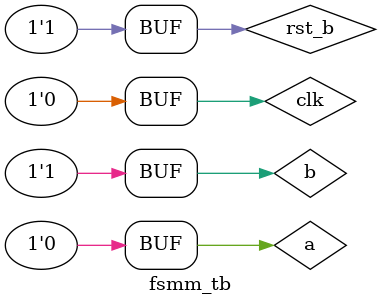
<source format=v>
module fsmm(
    input clk,
    input rst_b,
    input a,
    input b,
    output reg m,
    output reg n
);

//one hot
localparam S0_ST = 5'b10000;
localparam S1_ST = 5'b01000;
localparam S2_ST = 5'b00100;
localparam S3_ST = 5'b00010;
localparam S4_ST = 5'b00001;

// wire pentru stare si starea urmatoare
reg [4 : 0] state;
reg [4 : 0] next_state;

// logica de stare + iesire
always @(*) begin
    m = 0;
    n = 0;
    case(state)
        S0_ST : begin
            if(~a) begin
                next_state = S0_ST;
                m = 1'b0;
                n = 1'b0;
            end
            else if(a & b) begin
                next_state = S4_ST;
                m = 1'b1;
                n = 1'b0;
            end
            else if(a & ~b) begin
                next_state = S1_ST;
                m = 1'b0;
                n = 1'b1;
            end
        end
        S1_ST : begin
            next_state = S2_ST;
            m = 1'b1;
            n = 1'b1;
        end
        S2_ST : begin 
            if(~a) begin 
                next_state = S4_ST;
                m = 1'b0;
                n = 1'b1;
            end
            else if(a) begin
                next_state = S3_ST;
                m = 1'b1;
                n = 1'b0;
            end
        end
        S3_ST : begin 
            if(~a & b) begin
                next_state = S3_ST;
                m = 1'b1;
                n = 1'b1;
            end
            else if(a & ~b) begin
                next_state = S0_ST;
                m = 1'b1;
                n = 1'b1;
            end
            else if(a & b) begin 
                next_state = S4_ST;
                m = 1'b0;
                n = 1'b0;
            end
        end
        S4_ST : begin
            if(~b) begin
                next_state = S4_ST;
                m = 1'b0;
                n = 1'b1;
            end
            else if(b) begin
                next_state = S1_ST;
                m = 1'b1;
                n = 1'b1;
            end
        end
    endcase

end

// state machine
always @(posedge clk, negedge rst_b) begin
    if(!rst_b)
        state <= S0_ST;
    else
        state <= next_state;
end

endmodule

module fsmm_tb;

reg clk;
reg rst_b;
reg a;
reg b;
wire m;
wire n;

fsmm fsmm_inst(
    .a(a),
    .b(b),
    .clk(clk),
    .rst_b(rst_b),
    .m(m),
    .n(n)
);

localparam CLK_PERIOD = 100; 
localparam CLK_CYCLES = 8;

initial begin
    clk = 0;
    repeat (2*CLK_CYCLES) #(CLK_PERIOD/2) clk = ~clk;
end

localparam RST_PULSE=25;
initial begin
    rst_b = 0;
    #(RST_PULSE) rst_b = 1;
end

// pentru a -> prima linie

initial begin
    a = 0;
    #(2 * CLK_PERIOD) a = 1;
    #(5 * CLK_PERIOD) a = 0;
end

// pentru b -> a doua linie

initial begin
    b = 0;
    #(CLK_PERIOD / 2) b = 1;
    #(CLK_PERIOD + CLK_PERIOD / 2) b = 0;
    #(CLK_PERIOD + CLK_PERIOD / 2) b = 1;
    #(CLK_PERIOD) b = 0;
    #(CLK_PERIOD) b = 1;
    #(2 * CLK_PERIOD) b = 0;
    #(CLK_PERIOD / 2) b = 1;
end

/*
// daca am mai fi avut un input sau daca am pune de ex pentru a -> linia 3:

initial begin
    a = 1;
    #(CLK_PERIOD / 2) a = 0;
    #(CLK_PERIOD) a = 1;
    #(CLK_PERIOD) a = 0;
    #(CLK_PERIOD) a = 1;
    #(CLK_PERIOD / 2) a = 0;
    #(CLK_PERIOD + CLK_PERIOD / 2) a = 1;
    #(CLK_PERIOD + CLK_PERIOD / 2) a = 0;
    #(CLK_PERIOD / 2) a = 1;
    #(CLK_PERIOD / 2) a = 0;
end
*/

endmodule
</source>
